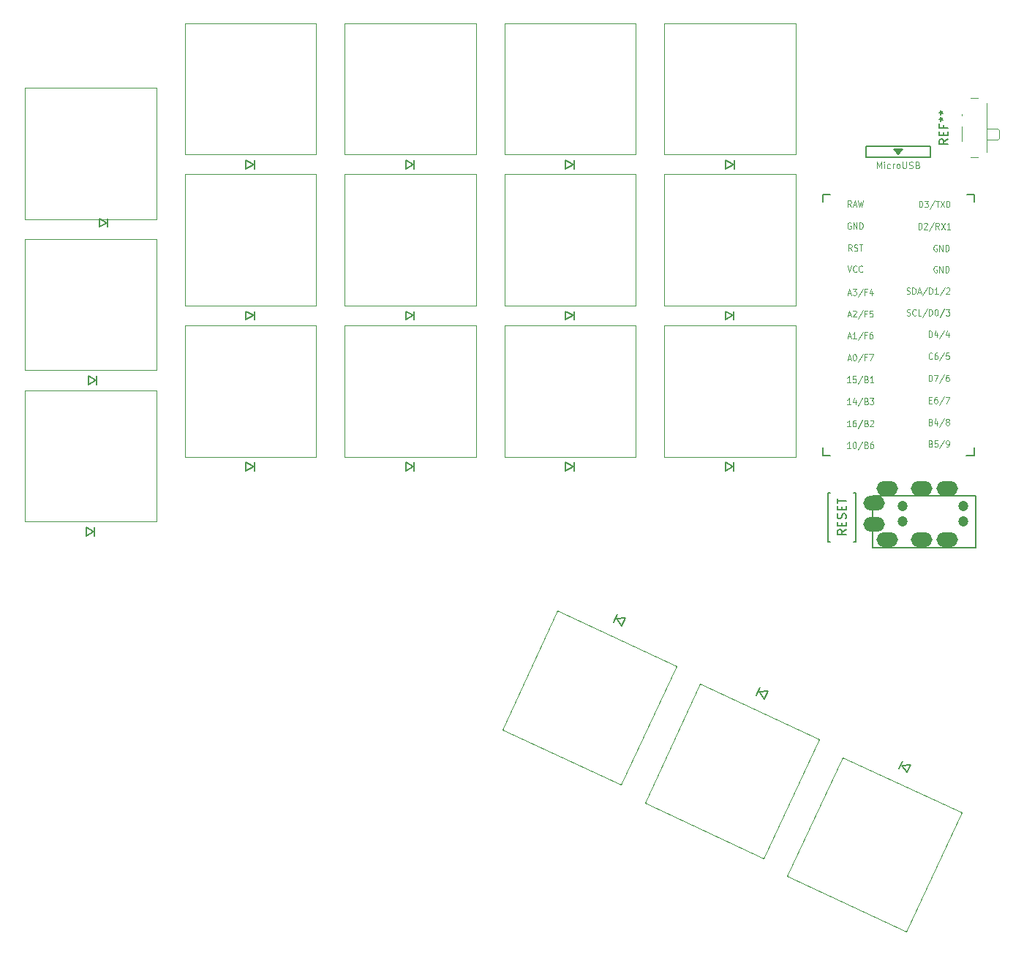
<source format=gbr>
%TF.GenerationSoftware,KiCad,Pcbnew,6.0.1*%
%TF.CreationDate,2022-04-23T16:15:16+02:00*%
%TF.ProjectId,KWS36,4b575333-362e-46b6-9963-61645f706362,1.0.0*%
%TF.SameCoordinates,Original*%
%TF.FileFunction,Legend,Top*%
%TF.FilePolarity,Positive*%
%FSLAX46Y46*%
G04 Gerber Fmt 4.6, Leading zero omitted, Abs format (unit mm)*
G04 Created by KiCad (PCBNEW 6.0.1) date 2022-04-23 16:15:16*
%MOMM*%
%LPD*%
G01*
G04 APERTURE LIST*
%ADD10C,0.150000*%
%ADD11C,0.125000*%
%ADD12C,0.120000*%
%ADD13C,1.200000*%
%ADD14O,2.500000X1.700000*%
G04 APERTURE END LIST*
D10*
%TO.C,REF\u002A\u002A*%
X196227380Y-49833333D02*
X195751190Y-50166666D01*
X196227380Y-50404761D02*
X195227380Y-50404761D01*
X195227380Y-50023809D01*
X195275000Y-49928571D01*
X195322619Y-49880952D01*
X195417857Y-49833333D01*
X195560714Y-49833333D01*
X195655952Y-49880952D01*
X195703571Y-49928571D01*
X195751190Y-50023809D01*
X195751190Y-50404761D01*
X195703571Y-49404761D02*
X195703571Y-49071428D01*
X196227380Y-48928571D02*
X196227380Y-49404761D01*
X195227380Y-49404761D01*
X195227380Y-48928571D01*
X195703571Y-48166666D02*
X195703571Y-48500000D01*
X196227380Y-48500000D02*
X195227380Y-48500000D01*
X195227380Y-48023809D01*
X195227380Y-47500000D02*
X195465476Y-47500000D01*
X195370238Y-47738095D02*
X195465476Y-47500000D01*
X195370238Y-47261904D01*
X195655952Y-47642857D02*
X195465476Y-47500000D01*
X195655952Y-47357142D01*
X195227380Y-46738095D02*
X195465476Y-46738095D01*
X195370238Y-46976190D02*
X195465476Y-46738095D01*
X195370238Y-46500000D01*
X195655952Y-46880952D02*
X195465476Y-46738095D01*
X195655952Y-46595238D01*
D11*
%TO.C,U1*%
X194263809Y-85071428D02*
X194359523Y-85107142D01*
X194391428Y-85142857D01*
X194423333Y-85214285D01*
X194423333Y-85321428D01*
X194391428Y-85392857D01*
X194359523Y-85428571D01*
X194295714Y-85464285D01*
X194040476Y-85464285D01*
X194040476Y-84714285D01*
X194263809Y-84714285D01*
X194327619Y-84750000D01*
X194359523Y-84785714D01*
X194391428Y-84857142D01*
X194391428Y-84928571D01*
X194359523Y-85000000D01*
X194327619Y-85035714D01*
X194263809Y-85071428D01*
X194040476Y-85071428D01*
X195029523Y-84714285D02*
X194710476Y-84714285D01*
X194678571Y-85071428D01*
X194710476Y-85035714D01*
X194774285Y-85000000D01*
X194933809Y-85000000D01*
X194997619Y-85035714D01*
X195029523Y-85071428D01*
X195061428Y-85142857D01*
X195061428Y-85321428D01*
X195029523Y-85392857D01*
X194997619Y-85428571D01*
X194933809Y-85464285D01*
X194774285Y-85464285D01*
X194710476Y-85428571D01*
X194678571Y-85392857D01*
X195827142Y-84678571D02*
X195252857Y-85642857D01*
X196082380Y-85464285D02*
X196210000Y-85464285D01*
X196273809Y-85428571D01*
X196305714Y-85392857D01*
X196369523Y-85285714D01*
X196401428Y-85142857D01*
X196401428Y-84857142D01*
X196369523Y-84785714D01*
X196337619Y-84750000D01*
X196273809Y-84714285D01*
X196146190Y-84714285D01*
X196082380Y-84750000D01*
X196050476Y-84785714D01*
X196018571Y-84857142D01*
X196018571Y-85035714D01*
X196050476Y-85107142D01*
X196082380Y-85142857D01*
X196146190Y-85178571D01*
X196273809Y-85178571D01*
X196337619Y-85142857D01*
X196369523Y-85107142D01*
X196401428Y-85035714D01*
D12*
X188003571Y-53214285D02*
X188003571Y-52464285D01*
X188253571Y-53000000D01*
X188503571Y-52464285D01*
X188503571Y-53214285D01*
X188860714Y-53214285D02*
X188860714Y-52714285D01*
X188860714Y-52464285D02*
X188825000Y-52500000D01*
X188860714Y-52535714D01*
X188896428Y-52500000D01*
X188860714Y-52464285D01*
X188860714Y-52535714D01*
X189539285Y-53178571D02*
X189467857Y-53214285D01*
X189325000Y-53214285D01*
X189253571Y-53178571D01*
X189217857Y-53142857D01*
X189182142Y-53071428D01*
X189182142Y-52857142D01*
X189217857Y-52785714D01*
X189253571Y-52750000D01*
X189325000Y-52714285D01*
X189467857Y-52714285D01*
X189539285Y-52750000D01*
X189860714Y-53214285D02*
X189860714Y-52714285D01*
X189860714Y-52857142D02*
X189896428Y-52785714D01*
X189932142Y-52750000D01*
X190003571Y-52714285D01*
X190075000Y-52714285D01*
X190432142Y-53214285D02*
X190360714Y-53178571D01*
X190325000Y-53142857D01*
X190289285Y-53071428D01*
X190289285Y-52857142D01*
X190325000Y-52785714D01*
X190360714Y-52750000D01*
X190432142Y-52714285D01*
X190539285Y-52714285D01*
X190610714Y-52750000D01*
X190646428Y-52785714D01*
X190682142Y-52857142D01*
X190682142Y-53071428D01*
X190646428Y-53142857D01*
X190610714Y-53178571D01*
X190539285Y-53214285D01*
X190432142Y-53214285D01*
X191003571Y-52464285D02*
X191003571Y-53071428D01*
X191039285Y-53142857D01*
X191075000Y-53178571D01*
X191146428Y-53214285D01*
X191289285Y-53214285D01*
X191360714Y-53178571D01*
X191396428Y-53142857D01*
X191432142Y-53071428D01*
X191432142Y-52464285D01*
X191753571Y-53178571D02*
X191860714Y-53214285D01*
X192039285Y-53214285D01*
X192110714Y-53178571D01*
X192146428Y-53142857D01*
X192182142Y-53071428D01*
X192182142Y-53000000D01*
X192146428Y-52928571D01*
X192110714Y-52892857D01*
X192039285Y-52857142D01*
X191896428Y-52821428D01*
X191825000Y-52785714D01*
X191789285Y-52750000D01*
X191753571Y-52678571D01*
X191753571Y-52607142D01*
X191789285Y-52535714D01*
X191825000Y-52500000D01*
X191896428Y-52464285D01*
X192075000Y-52464285D01*
X192182142Y-52500000D01*
X192753571Y-52821428D02*
X192860714Y-52857142D01*
X192896428Y-52892857D01*
X192932142Y-52964285D01*
X192932142Y-53071428D01*
X192896428Y-53142857D01*
X192860714Y-53178571D01*
X192789285Y-53214285D01*
X192503571Y-53214285D01*
X192503571Y-52464285D01*
X192753571Y-52464285D01*
X192825000Y-52500000D01*
X192860714Y-52535714D01*
X192896428Y-52607142D01*
X192896428Y-52678571D01*
X192860714Y-52750000D01*
X192825000Y-52785714D01*
X192753571Y-52821428D01*
X192503571Y-52821428D01*
D11*
X185042380Y-57664285D02*
X184819047Y-57307142D01*
X184659523Y-57664285D02*
X184659523Y-56914285D01*
X184914761Y-56914285D01*
X184978571Y-56950000D01*
X185010476Y-56985714D01*
X185042380Y-57057142D01*
X185042380Y-57164285D01*
X185010476Y-57235714D01*
X184978571Y-57271428D01*
X184914761Y-57307142D01*
X184659523Y-57307142D01*
X185297619Y-57450000D02*
X185616666Y-57450000D01*
X185233809Y-57664285D02*
X185457142Y-56914285D01*
X185680476Y-57664285D01*
X185840000Y-56914285D02*
X185999523Y-57664285D01*
X186127142Y-57128571D01*
X186254761Y-57664285D01*
X186414285Y-56914285D01*
X194944523Y-64550000D02*
X194880714Y-64514285D01*
X194785000Y-64514285D01*
X194689285Y-64550000D01*
X194625476Y-64621428D01*
X194593571Y-64692857D01*
X194561666Y-64835714D01*
X194561666Y-64942857D01*
X194593571Y-65085714D01*
X194625476Y-65157142D01*
X194689285Y-65228571D01*
X194785000Y-65264285D01*
X194848809Y-65264285D01*
X194944523Y-65228571D01*
X194976428Y-65192857D01*
X194976428Y-64942857D01*
X194848809Y-64942857D01*
X195263571Y-65264285D02*
X195263571Y-64514285D01*
X195646428Y-65264285D01*
X195646428Y-64514285D01*
X195965476Y-65264285D02*
X195965476Y-64514285D01*
X196125000Y-64514285D01*
X196220714Y-64550000D01*
X196284523Y-64621428D01*
X196316428Y-64692857D01*
X196348333Y-64835714D01*
X196348333Y-64942857D01*
X196316428Y-65085714D01*
X196284523Y-65157142D01*
X196220714Y-65228571D01*
X196125000Y-65264285D01*
X195965476Y-65264285D01*
X194423333Y-75242857D02*
X194391428Y-75278571D01*
X194295714Y-75314285D01*
X194231904Y-75314285D01*
X194136190Y-75278571D01*
X194072380Y-75207142D01*
X194040476Y-75135714D01*
X194008571Y-74992857D01*
X194008571Y-74885714D01*
X194040476Y-74742857D01*
X194072380Y-74671428D01*
X194136190Y-74600000D01*
X194231904Y-74564285D01*
X194295714Y-74564285D01*
X194391428Y-74600000D01*
X194423333Y-74635714D01*
X194997619Y-74564285D02*
X194870000Y-74564285D01*
X194806190Y-74600000D01*
X194774285Y-74635714D01*
X194710476Y-74742857D01*
X194678571Y-74885714D01*
X194678571Y-75171428D01*
X194710476Y-75242857D01*
X194742380Y-75278571D01*
X194806190Y-75314285D01*
X194933809Y-75314285D01*
X194997619Y-75278571D01*
X195029523Y-75242857D01*
X195061428Y-75171428D01*
X195061428Y-74992857D01*
X195029523Y-74921428D01*
X194997619Y-74885714D01*
X194933809Y-74850000D01*
X194806190Y-74850000D01*
X194742380Y-74885714D01*
X194710476Y-74921428D01*
X194678571Y-74992857D01*
X195827142Y-74528571D02*
X195252857Y-75492857D01*
X196369523Y-74564285D02*
X196050476Y-74564285D01*
X196018571Y-74921428D01*
X196050476Y-74885714D01*
X196114285Y-74850000D01*
X196273809Y-74850000D01*
X196337619Y-74885714D01*
X196369523Y-74921428D01*
X196401428Y-74992857D01*
X196401428Y-75171428D01*
X196369523Y-75242857D01*
X196337619Y-75278571D01*
X196273809Y-75314285D01*
X196114285Y-75314285D01*
X196050476Y-75278571D01*
X196018571Y-75242857D01*
X184669285Y-70200000D02*
X184988333Y-70200000D01*
X184605476Y-70414285D02*
X184828809Y-69664285D01*
X185052142Y-70414285D01*
X185243571Y-69735714D02*
X185275476Y-69700000D01*
X185339285Y-69664285D01*
X185498809Y-69664285D01*
X185562619Y-69700000D01*
X185594523Y-69735714D01*
X185626428Y-69807142D01*
X185626428Y-69878571D01*
X185594523Y-69985714D01*
X185211666Y-70414285D01*
X185626428Y-70414285D01*
X186392142Y-69628571D02*
X185817857Y-70592857D01*
X186838809Y-70021428D02*
X186615476Y-70021428D01*
X186615476Y-70414285D02*
X186615476Y-69664285D01*
X186934523Y-69664285D01*
X187508809Y-69664285D02*
X187189761Y-69664285D01*
X187157857Y-70021428D01*
X187189761Y-69985714D01*
X187253571Y-69950000D01*
X187413095Y-69950000D01*
X187476904Y-69985714D01*
X187508809Y-70021428D01*
X187540714Y-70092857D01*
X187540714Y-70271428D01*
X187508809Y-70342857D01*
X187476904Y-70378571D01*
X187413095Y-70414285D01*
X187253571Y-70414285D01*
X187189761Y-70378571D01*
X187157857Y-70342857D01*
X191482380Y-70228571D02*
X191578095Y-70264285D01*
X191737619Y-70264285D01*
X191801428Y-70228571D01*
X191833333Y-70192857D01*
X191865238Y-70121428D01*
X191865238Y-70050000D01*
X191833333Y-69978571D01*
X191801428Y-69942857D01*
X191737619Y-69907142D01*
X191610000Y-69871428D01*
X191546190Y-69835714D01*
X191514285Y-69800000D01*
X191482380Y-69728571D01*
X191482380Y-69657142D01*
X191514285Y-69585714D01*
X191546190Y-69550000D01*
X191610000Y-69514285D01*
X191769523Y-69514285D01*
X191865238Y-69550000D01*
X192535238Y-70192857D02*
X192503333Y-70228571D01*
X192407619Y-70264285D01*
X192343809Y-70264285D01*
X192248095Y-70228571D01*
X192184285Y-70157142D01*
X192152380Y-70085714D01*
X192120476Y-69942857D01*
X192120476Y-69835714D01*
X192152380Y-69692857D01*
X192184285Y-69621428D01*
X192248095Y-69550000D01*
X192343809Y-69514285D01*
X192407619Y-69514285D01*
X192503333Y-69550000D01*
X192535238Y-69585714D01*
X193141428Y-70264285D02*
X192822380Y-70264285D01*
X192822380Y-69514285D01*
X193843333Y-69478571D02*
X193269047Y-70442857D01*
X194066666Y-70264285D02*
X194066666Y-69514285D01*
X194226190Y-69514285D01*
X194321904Y-69550000D01*
X194385714Y-69621428D01*
X194417619Y-69692857D01*
X194449523Y-69835714D01*
X194449523Y-69942857D01*
X194417619Y-70085714D01*
X194385714Y-70157142D01*
X194321904Y-70228571D01*
X194226190Y-70264285D01*
X194066666Y-70264285D01*
X194864285Y-69514285D02*
X194928095Y-69514285D01*
X194991904Y-69550000D01*
X195023809Y-69585714D01*
X195055714Y-69657142D01*
X195087619Y-69800000D01*
X195087619Y-69978571D01*
X195055714Y-70121428D01*
X195023809Y-70192857D01*
X194991904Y-70228571D01*
X194928095Y-70264285D01*
X194864285Y-70264285D01*
X194800476Y-70228571D01*
X194768571Y-70192857D01*
X194736666Y-70121428D01*
X194704761Y-69978571D01*
X194704761Y-69800000D01*
X194736666Y-69657142D01*
X194768571Y-69585714D01*
X194800476Y-69550000D01*
X194864285Y-69514285D01*
X195853333Y-69478571D02*
X195279047Y-70442857D01*
X196012857Y-69514285D02*
X196427619Y-69514285D01*
X196204285Y-69800000D01*
X196300000Y-69800000D01*
X196363809Y-69835714D01*
X196395714Y-69871428D01*
X196427619Y-69942857D01*
X196427619Y-70121428D01*
X196395714Y-70192857D01*
X196363809Y-70228571D01*
X196300000Y-70264285D01*
X196108571Y-70264285D01*
X196044761Y-70228571D01*
X196012857Y-70192857D01*
X184611666Y-64464285D02*
X184835000Y-65214285D01*
X185058333Y-64464285D01*
X185664523Y-65142857D02*
X185632619Y-65178571D01*
X185536904Y-65214285D01*
X185473095Y-65214285D01*
X185377380Y-65178571D01*
X185313571Y-65107142D01*
X185281666Y-65035714D01*
X185249761Y-64892857D01*
X185249761Y-64785714D01*
X185281666Y-64642857D01*
X185313571Y-64571428D01*
X185377380Y-64500000D01*
X185473095Y-64464285D01*
X185536904Y-64464285D01*
X185632619Y-64500000D01*
X185664523Y-64535714D01*
X186334523Y-65142857D02*
X186302619Y-65178571D01*
X186206904Y-65214285D01*
X186143095Y-65214285D01*
X186047380Y-65178571D01*
X185983571Y-65107142D01*
X185951666Y-65035714D01*
X185919761Y-64892857D01*
X185919761Y-64785714D01*
X185951666Y-64642857D01*
X185983571Y-64571428D01*
X186047380Y-64500000D01*
X186143095Y-64464285D01*
X186206904Y-64464285D01*
X186302619Y-64500000D01*
X186334523Y-64535714D01*
X192916190Y-57714285D02*
X192916190Y-56964285D01*
X193075714Y-56964285D01*
X193171428Y-57000000D01*
X193235238Y-57071428D01*
X193267142Y-57142857D01*
X193299047Y-57285714D01*
X193299047Y-57392857D01*
X193267142Y-57535714D01*
X193235238Y-57607142D01*
X193171428Y-57678571D01*
X193075714Y-57714285D01*
X192916190Y-57714285D01*
X193522380Y-56964285D02*
X193937142Y-56964285D01*
X193713809Y-57250000D01*
X193809523Y-57250000D01*
X193873333Y-57285714D01*
X193905238Y-57321428D01*
X193937142Y-57392857D01*
X193937142Y-57571428D01*
X193905238Y-57642857D01*
X193873333Y-57678571D01*
X193809523Y-57714285D01*
X193618095Y-57714285D01*
X193554285Y-57678571D01*
X193522380Y-57642857D01*
X194702857Y-56928571D02*
X194128571Y-57892857D01*
X194830476Y-56964285D02*
X195213333Y-56964285D01*
X195021904Y-57714285D02*
X195021904Y-56964285D01*
X195372857Y-56964285D02*
X195819523Y-57714285D01*
X195819523Y-56964285D02*
X195372857Y-57714285D01*
X196202380Y-56964285D02*
X196266190Y-56964285D01*
X196330000Y-57000000D01*
X196361904Y-57035714D01*
X196393809Y-57107142D01*
X196425714Y-57250000D01*
X196425714Y-57428571D01*
X196393809Y-57571428D01*
X196361904Y-57642857D01*
X196330000Y-57678571D01*
X196266190Y-57714285D01*
X196202380Y-57714285D01*
X196138571Y-57678571D01*
X196106666Y-57642857D01*
X196074761Y-57571428D01*
X196042857Y-57428571D01*
X196042857Y-57250000D01*
X196074761Y-57107142D01*
X196106666Y-57035714D01*
X196138571Y-57000000D01*
X196202380Y-56964285D01*
X184972380Y-80564285D02*
X184589523Y-80564285D01*
X184780952Y-80564285D02*
X184780952Y-79814285D01*
X184717142Y-79921428D01*
X184653333Y-79992857D01*
X184589523Y-80028571D01*
X185546666Y-80064285D02*
X185546666Y-80564285D01*
X185387142Y-79778571D02*
X185227619Y-80314285D01*
X185642380Y-80314285D01*
X186376190Y-79778571D02*
X185801904Y-80742857D01*
X186822857Y-80171428D02*
X186918571Y-80207142D01*
X186950476Y-80242857D01*
X186982380Y-80314285D01*
X186982380Y-80421428D01*
X186950476Y-80492857D01*
X186918571Y-80528571D01*
X186854761Y-80564285D01*
X186599523Y-80564285D01*
X186599523Y-79814285D01*
X186822857Y-79814285D01*
X186886666Y-79850000D01*
X186918571Y-79885714D01*
X186950476Y-79957142D01*
X186950476Y-80028571D01*
X186918571Y-80100000D01*
X186886666Y-80135714D01*
X186822857Y-80171428D01*
X186599523Y-80171428D01*
X187205714Y-79814285D02*
X187620476Y-79814285D01*
X187397142Y-80100000D01*
X187492857Y-80100000D01*
X187556666Y-80135714D01*
X187588571Y-80171428D01*
X187620476Y-80242857D01*
X187620476Y-80421428D01*
X187588571Y-80492857D01*
X187556666Y-80528571D01*
X187492857Y-80564285D01*
X187301428Y-80564285D01*
X187237619Y-80528571D01*
X187205714Y-80492857D01*
X192836428Y-60264285D02*
X192836428Y-59514285D01*
X192995952Y-59514285D01*
X193091666Y-59550000D01*
X193155476Y-59621428D01*
X193187380Y-59692857D01*
X193219285Y-59835714D01*
X193219285Y-59942857D01*
X193187380Y-60085714D01*
X193155476Y-60157142D01*
X193091666Y-60228571D01*
X192995952Y-60264285D01*
X192836428Y-60264285D01*
X193474523Y-59585714D02*
X193506428Y-59550000D01*
X193570238Y-59514285D01*
X193729761Y-59514285D01*
X193793571Y-59550000D01*
X193825476Y-59585714D01*
X193857380Y-59657142D01*
X193857380Y-59728571D01*
X193825476Y-59835714D01*
X193442619Y-60264285D01*
X193857380Y-60264285D01*
X194623095Y-59478571D02*
X194048809Y-60442857D01*
X195229285Y-60264285D02*
X195005952Y-59907142D01*
X194846428Y-60264285D02*
X194846428Y-59514285D01*
X195101666Y-59514285D01*
X195165476Y-59550000D01*
X195197380Y-59585714D01*
X195229285Y-59657142D01*
X195229285Y-59764285D01*
X195197380Y-59835714D01*
X195165476Y-59871428D01*
X195101666Y-59907142D01*
X194846428Y-59907142D01*
X195452619Y-59514285D02*
X195899285Y-60264285D01*
X195899285Y-59514285D02*
X195452619Y-60264285D01*
X196505476Y-60264285D02*
X196122619Y-60264285D01*
X196314047Y-60264285D02*
X196314047Y-59514285D01*
X196250238Y-59621428D01*
X196186428Y-59692857D01*
X196122619Y-59728571D01*
X194944523Y-62100000D02*
X194880714Y-62064285D01*
X194785000Y-62064285D01*
X194689285Y-62100000D01*
X194625476Y-62171428D01*
X194593571Y-62242857D01*
X194561666Y-62385714D01*
X194561666Y-62492857D01*
X194593571Y-62635714D01*
X194625476Y-62707142D01*
X194689285Y-62778571D01*
X194785000Y-62814285D01*
X194848809Y-62814285D01*
X194944523Y-62778571D01*
X194976428Y-62742857D01*
X194976428Y-62492857D01*
X194848809Y-62492857D01*
X195263571Y-62814285D02*
X195263571Y-62064285D01*
X195646428Y-62814285D01*
X195646428Y-62064285D01*
X195965476Y-62814285D02*
X195965476Y-62064285D01*
X196125000Y-62064285D01*
X196220714Y-62100000D01*
X196284523Y-62171428D01*
X196316428Y-62242857D01*
X196348333Y-62385714D01*
X196348333Y-62492857D01*
X196316428Y-62635714D01*
X196284523Y-62707142D01*
X196220714Y-62778571D01*
X196125000Y-62814285D01*
X195965476Y-62814285D01*
X184669285Y-75250000D02*
X184988333Y-75250000D01*
X184605476Y-75464285D02*
X184828809Y-74714285D01*
X185052142Y-75464285D01*
X185403095Y-74714285D02*
X185466904Y-74714285D01*
X185530714Y-74750000D01*
X185562619Y-74785714D01*
X185594523Y-74857142D01*
X185626428Y-75000000D01*
X185626428Y-75178571D01*
X185594523Y-75321428D01*
X185562619Y-75392857D01*
X185530714Y-75428571D01*
X185466904Y-75464285D01*
X185403095Y-75464285D01*
X185339285Y-75428571D01*
X185307380Y-75392857D01*
X185275476Y-75321428D01*
X185243571Y-75178571D01*
X185243571Y-75000000D01*
X185275476Y-74857142D01*
X185307380Y-74785714D01*
X185339285Y-74750000D01*
X185403095Y-74714285D01*
X186392142Y-74678571D02*
X185817857Y-75642857D01*
X186838809Y-75071428D02*
X186615476Y-75071428D01*
X186615476Y-75464285D02*
X186615476Y-74714285D01*
X186934523Y-74714285D01*
X187125952Y-74714285D02*
X187572619Y-74714285D01*
X187285476Y-75464285D01*
X184972380Y-83114285D02*
X184589523Y-83114285D01*
X184780952Y-83114285D02*
X184780952Y-82364285D01*
X184717142Y-82471428D01*
X184653333Y-82542857D01*
X184589523Y-82578571D01*
X185546666Y-82364285D02*
X185419047Y-82364285D01*
X185355238Y-82400000D01*
X185323333Y-82435714D01*
X185259523Y-82542857D01*
X185227619Y-82685714D01*
X185227619Y-82971428D01*
X185259523Y-83042857D01*
X185291428Y-83078571D01*
X185355238Y-83114285D01*
X185482857Y-83114285D01*
X185546666Y-83078571D01*
X185578571Y-83042857D01*
X185610476Y-82971428D01*
X185610476Y-82792857D01*
X185578571Y-82721428D01*
X185546666Y-82685714D01*
X185482857Y-82650000D01*
X185355238Y-82650000D01*
X185291428Y-82685714D01*
X185259523Y-82721428D01*
X185227619Y-82792857D01*
X186376190Y-82328571D02*
X185801904Y-83292857D01*
X186822857Y-82721428D02*
X186918571Y-82757142D01*
X186950476Y-82792857D01*
X186982380Y-82864285D01*
X186982380Y-82971428D01*
X186950476Y-83042857D01*
X186918571Y-83078571D01*
X186854761Y-83114285D01*
X186599523Y-83114285D01*
X186599523Y-82364285D01*
X186822857Y-82364285D01*
X186886666Y-82400000D01*
X186918571Y-82435714D01*
X186950476Y-82507142D01*
X186950476Y-82578571D01*
X186918571Y-82650000D01*
X186886666Y-82685714D01*
X186822857Y-82721428D01*
X186599523Y-82721428D01*
X187237619Y-82435714D02*
X187269523Y-82400000D01*
X187333333Y-82364285D01*
X187492857Y-82364285D01*
X187556666Y-82400000D01*
X187588571Y-82435714D01*
X187620476Y-82507142D01*
X187620476Y-82578571D01*
X187588571Y-82685714D01*
X187205714Y-83114285D01*
X187620476Y-83114285D01*
X184669285Y-72700000D02*
X184988333Y-72700000D01*
X184605476Y-72914285D02*
X184828809Y-72164285D01*
X185052142Y-72914285D01*
X185626428Y-72914285D02*
X185243571Y-72914285D01*
X185435000Y-72914285D02*
X185435000Y-72164285D01*
X185371190Y-72271428D01*
X185307380Y-72342857D01*
X185243571Y-72378571D01*
X186392142Y-72128571D02*
X185817857Y-73092857D01*
X186838809Y-72521428D02*
X186615476Y-72521428D01*
X186615476Y-72914285D02*
X186615476Y-72164285D01*
X186934523Y-72164285D01*
X187476904Y-72164285D02*
X187349285Y-72164285D01*
X187285476Y-72200000D01*
X187253571Y-72235714D01*
X187189761Y-72342857D01*
X187157857Y-72485714D01*
X187157857Y-72771428D01*
X187189761Y-72842857D01*
X187221666Y-72878571D01*
X187285476Y-72914285D01*
X187413095Y-72914285D01*
X187476904Y-72878571D01*
X187508809Y-72842857D01*
X187540714Y-72771428D01*
X187540714Y-72592857D01*
X187508809Y-72521428D01*
X187476904Y-72485714D01*
X187413095Y-72450000D01*
X187285476Y-72450000D01*
X187221666Y-72485714D01*
X187189761Y-72521428D01*
X187157857Y-72592857D01*
X191466428Y-67728571D02*
X191562142Y-67764285D01*
X191721666Y-67764285D01*
X191785476Y-67728571D01*
X191817380Y-67692857D01*
X191849285Y-67621428D01*
X191849285Y-67550000D01*
X191817380Y-67478571D01*
X191785476Y-67442857D01*
X191721666Y-67407142D01*
X191594047Y-67371428D01*
X191530238Y-67335714D01*
X191498333Y-67300000D01*
X191466428Y-67228571D01*
X191466428Y-67157142D01*
X191498333Y-67085714D01*
X191530238Y-67050000D01*
X191594047Y-67014285D01*
X191753571Y-67014285D01*
X191849285Y-67050000D01*
X192136428Y-67764285D02*
X192136428Y-67014285D01*
X192295952Y-67014285D01*
X192391666Y-67050000D01*
X192455476Y-67121428D01*
X192487380Y-67192857D01*
X192519285Y-67335714D01*
X192519285Y-67442857D01*
X192487380Y-67585714D01*
X192455476Y-67657142D01*
X192391666Y-67728571D01*
X192295952Y-67764285D01*
X192136428Y-67764285D01*
X192774523Y-67550000D02*
X193093571Y-67550000D01*
X192710714Y-67764285D02*
X192934047Y-67014285D01*
X193157380Y-67764285D01*
X193859285Y-66978571D02*
X193285000Y-67942857D01*
X194082619Y-67764285D02*
X194082619Y-67014285D01*
X194242142Y-67014285D01*
X194337857Y-67050000D01*
X194401666Y-67121428D01*
X194433571Y-67192857D01*
X194465476Y-67335714D01*
X194465476Y-67442857D01*
X194433571Y-67585714D01*
X194401666Y-67657142D01*
X194337857Y-67728571D01*
X194242142Y-67764285D01*
X194082619Y-67764285D01*
X195103571Y-67764285D02*
X194720714Y-67764285D01*
X194912142Y-67764285D02*
X194912142Y-67014285D01*
X194848333Y-67121428D01*
X194784523Y-67192857D01*
X194720714Y-67228571D01*
X195869285Y-66978571D02*
X195295000Y-67942857D01*
X196060714Y-67085714D02*
X196092619Y-67050000D01*
X196156428Y-67014285D01*
X196315952Y-67014285D01*
X196379761Y-67050000D01*
X196411666Y-67085714D01*
X196443571Y-67157142D01*
X196443571Y-67228571D01*
X196411666Y-67335714D01*
X196028809Y-67764285D01*
X196443571Y-67764285D01*
X194072380Y-80021428D02*
X194295714Y-80021428D01*
X194391428Y-80414285D02*
X194072380Y-80414285D01*
X194072380Y-79664285D01*
X194391428Y-79664285D01*
X194965714Y-79664285D02*
X194838095Y-79664285D01*
X194774285Y-79700000D01*
X194742380Y-79735714D01*
X194678571Y-79842857D01*
X194646666Y-79985714D01*
X194646666Y-80271428D01*
X194678571Y-80342857D01*
X194710476Y-80378571D01*
X194774285Y-80414285D01*
X194901904Y-80414285D01*
X194965714Y-80378571D01*
X194997619Y-80342857D01*
X195029523Y-80271428D01*
X195029523Y-80092857D01*
X194997619Y-80021428D01*
X194965714Y-79985714D01*
X194901904Y-79950000D01*
X194774285Y-79950000D01*
X194710476Y-79985714D01*
X194678571Y-80021428D01*
X194646666Y-80092857D01*
X195795238Y-79628571D02*
X195220952Y-80592857D01*
X195954761Y-79664285D02*
X196401428Y-79664285D01*
X196114285Y-80414285D01*
X185138095Y-62764285D02*
X184914761Y-62407142D01*
X184755238Y-62764285D02*
X184755238Y-62014285D01*
X185010476Y-62014285D01*
X185074285Y-62050000D01*
X185106190Y-62085714D01*
X185138095Y-62157142D01*
X185138095Y-62264285D01*
X185106190Y-62335714D01*
X185074285Y-62371428D01*
X185010476Y-62407142D01*
X184755238Y-62407142D01*
X185393333Y-62728571D02*
X185489047Y-62764285D01*
X185648571Y-62764285D01*
X185712380Y-62728571D01*
X185744285Y-62692857D01*
X185776190Y-62621428D01*
X185776190Y-62550000D01*
X185744285Y-62478571D01*
X185712380Y-62442857D01*
X185648571Y-62407142D01*
X185520952Y-62371428D01*
X185457142Y-62335714D01*
X185425238Y-62300000D01*
X185393333Y-62228571D01*
X185393333Y-62157142D01*
X185425238Y-62085714D01*
X185457142Y-62050000D01*
X185520952Y-62014285D01*
X185680476Y-62014285D01*
X185776190Y-62050000D01*
X185967619Y-62014285D02*
X186350476Y-62014285D01*
X186159047Y-62764285D02*
X186159047Y-62014285D01*
X184994523Y-59500000D02*
X184930714Y-59464285D01*
X184835000Y-59464285D01*
X184739285Y-59500000D01*
X184675476Y-59571428D01*
X184643571Y-59642857D01*
X184611666Y-59785714D01*
X184611666Y-59892857D01*
X184643571Y-60035714D01*
X184675476Y-60107142D01*
X184739285Y-60178571D01*
X184835000Y-60214285D01*
X184898809Y-60214285D01*
X184994523Y-60178571D01*
X185026428Y-60142857D01*
X185026428Y-59892857D01*
X184898809Y-59892857D01*
X185313571Y-60214285D02*
X185313571Y-59464285D01*
X185696428Y-60214285D01*
X185696428Y-59464285D01*
X186015476Y-60214285D02*
X186015476Y-59464285D01*
X186175000Y-59464285D01*
X186270714Y-59500000D01*
X186334523Y-59571428D01*
X186366428Y-59642857D01*
X186398333Y-59785714D01*
X186398333Y-59892857D01*
X186366428Y-60035714D01*
X186334523Y-60107142D01*
X186270714Y-60178571D01*
X186175000Y-60214285D01*
X186015476Y-60214285D01*
X184972380Y-78014285D02*
X184589523Y-78014285D01*
X184780952Y-78014285D02*
X184780952Y-77264285D01*
X184717142Y-77371428D01*
X184653333Y-77442857D01*
X184589523Y-77478571D01*
X185578571Y-77264285D02*
X185259523Y-77264285D01*
X185227619Y-77621428D01*
X185259523Y-77585714D01*
X185323333Y-77550000D01*
X185482857Y-77550000D01*
X185546666Y-77585714D01*
X185578571Y-77621428D01*
X185610476Y-77692857D01*
X185610476Y-77871428D01*
X185578571Y-77942857D01*
X185546666Y-77978571D01*
X185482857Y-78014285D01*
X185323333Y-78014285D01*
X185259523Y-77978571D01*
X185227619Y-77942857D01*
X186376190Y-77228571D02*
X185801904Y-78192857D01*
X186822857Y-77621428D02*
X186918571Y-77657142D01*
X186950476Y-77692857D01*
X186982380Y-77764285D01*
X186982380Y-77871428D01*
X186950476Y-77942857D01*
X186918571Y-77978571D01*
X186854761Y-78014285D01*
X186599523Y-78014285D01*
X186599523Y-77264285D01*
X186822857Y-77264285D01*
X186886666Y-77300000D01*
X186918571Y-77335714D01*
X186950476Y-77407142D01*
X186950476Y-77478571D01*
X186918571Y-77550000D01*
X186886666Y-77585714D01*
X186822857Y-77621428D01*
X186599523Y-77621428D01*
X187620476Y-78014285D02*
X187237619Y-78014285D01*
X187429047Y-78014285D02*
X187429047Y-77264285D01*
X187365238Y-77371428D01*
X187301428Y-77442857D01*
X187237619Y-77478571D01*
X184972380Y-85614285D02*
X184589523Y-85614285D01*
X184780952Y-85614285D02*
X184780952Y-84864285D01*
X184717142Y-84971428D01*
X184653333Y-85042857D01*
X184589523Y-85078571D01*
X185387142Y-84864285D02*
X185450952Y-84864285D01*
X185514761Y-84900000D01*
X185546666Y-84935714D01*
X185578571Y-85007142D01*
X185610476Y-85150000D01*
X185610476Y-85328571D01*
X185578571Y-85471428D01*
X185546666Y-85542857D01*
X185514761Y-85578571D01*
X185450952Y-85614285D01*
X185387142Y-85614285D01*
X185323333Y-85578571D01*
X185291428Y-85542857D01*
X185259523Y-85471428D01*
X185227619Y-85328571D01*
X185227619Y-85150000D01*
X185259523Y-85007142D01*
X185291428Y-84935714D01*
X185323333Y-84900000D01*
X185387142Y-84864285D01*
X186376190Y-84828571D02*
X185801904Y-85792857D01*
X186822857Y-85221428D02*
X186918571Y-85257142D01*
X186950476Y-85292857D01*
X186982380Y-85364285D01*
X186982380Y-85471428D01*
X186950476Y-85542857D01*
X186918571Y-85578571D01*
X186854761Y-85614285D01*
X186599523Y-85614285D01*
X186599523Y-84864285D01*
X186822857Y-84864285D01*
X186886666Y-84900000D01*
X186918571Y-84935714D01*
X186950476Y-85007142D01*
X186950476Y-85078571D01*
X186918571Y-85150000D01*
X186886666Y-85185714D01*
X186822857Y-85221428D01*
X186599523Y-85221428D01*
X187556666Y-84864285D02*
X187429047Y-84864285D01*
X187365238Y-84900000D01*
X187333333Y-84935714D01*
X187269523Y-85042857D01*
X187237619Y-85185714D01*
X187237619Y-85471428D01*
X187269523Y-85542857D01*
X187301428Y-85578571D01*
X187365238Y-85614285D01*
X187492857Y-85614285D01*
X187556666Y-85578571D01*
X187588571Y-85542857D01*
X187620476Y-85471428D01*
X187620476Y-85292857D01*
X187588571Y-85221428D01*
X187556666Y-85185714D01*
X187492857Y-85150000D01*
X187365238Y-85150000D01*
X187301428Y-85185714D01*
X187269523Y-85221428D01*
X187237619Y-85292857D01*
X194040476Y-72764285D02*
X194040476Y-72014285D01*
X194200000Y-72014285D01*
X194295714Y-72050000D01*
X194359523Y-72121428D01*
X194391428Y-72192857D01*
X194423333Y-72335714D01*
X194423333Y-72442857D01*
X194391428Y-72585714D01*
X194359523Y-72657142D01*
X194295714Y-72728571D01*
X194200000Y-72764285D01*
X194040476Y-72764285D01*
X194997619Y-72264285D02*
X194997619Y-72764285D01*
X194838095Y-71978571D02*
X194678571Y-72514285D01*
X195093333Y-72514285D01*
X195827142Y-71978571D02*
X195252857Y-72942857D01*
X196337619Y-72264285D02*
X196337619Y-72764285D01*
X196178095Y-71978571D02*
X196018571Y-72514285D01*
X196433333Y-72514285D01*
X194040476Y-77864285D02*
X194040476Y-77114285D01*
X194200000Y-77114285D01*
X194295714Y-77150000D01*
X194359523Y-77221428D01*
X194391428Y-77292857D01*
X194423333Y-77435714D01*
X194423333Y-77542857D01*
X194391428Y-77685714D01*
X194359523Y-77757142D01*
X194295714Y-77828571D01*
X194200000Y-77864285D01*
X194040476Y-77864285D01*
X194646666Y-77114285D02*
X195093333Y-77114285D01*
X194806190Y-77864285D01*
X195827142Y-77078571D02*
X195252857Y-78042857D01*
X196337619Y-77114285D02*
X196210000Y-77114285D01*
X196146190Y-77150000D01*
X196114285Y-77185714D01*
X196050476Y-77292857D01*
X196018571Y-77435714D01*
X196018571Y-77721428D01*
X196050476Y-77792857D01*
X196082380Y-77828571D01*
X196146190Y-77864285D01*
X196273809Y-77864285D01*
X196337619Y-77828571D01*
X196369523Y-77792857D01*
X196401428Y-77721428D01*
X196401428Y-77542857D01*
X196369523Y-77471428D01*
X196337619Y-77435714D01*
X196273809Y-77400000D01*
X196146190Y-77400000D01*
X196082380Y-77435714D01*
X196050476Y-77471428D01*
X196018571Y-77542857D01*
X194263809Y-82571428D02*
X194359523Y-82607142D01*
X194391428Y-82642857D01*
X194423333Y-82714285D01*
X194423333Y-82821428D01*
X194391428Y-82892857D01*
X194359523Y-82928571D01*
X194295714Y-82964285D01*
X194040476Y-82964285D01*
X194040476Y-82214285D01*
X194263809Y-82214285D01*
X194327619Y-82250000D01*
X194359523Y-82285714D01*
X194391428Y-82357142D01*
X194391428Y-82428571D01*
X194359523Y-82500000D01*
X194327619Y-82535714D01*
X194263809Y-82571428D01*
X194040476Y-82571428D01*
X194997619Y-82464285D02*
X194997619Y-82964285D01*
X194838095Y-82178571D02*
X194678571Y-82714285D01*
X195093333Y-82714285D01*
X195827142Y-82178571D02*
X195252857Y-83142857D01*
X196146190Y-82535714D02*
X196082380Y-82500000D01*
X196050476Y-82464285D01*
X196018571Y-82392857D01*
X196018571Y-82357142D01*
X196050476Y-82285714D01*
X196082380Y-82250000D01*
X196146190Y-82214285D01*
X196273809Y-82214285D01*
X196337619Y-82250000D01*
X196369523Y-82285714D01*
X196401428Y-82357142D01*
X196401428Y-82392857D01*
X196369523Y-82464285D01*
X196337619Y-82500000D01*
X196273809Y-82535714D01*
X196146190Y-82535714D01*
X196082380Y-82571428D01*
X196050476Y-82607142D01*
X196018571Y-82678571D01*
X196018571Y-82821428D01*
X196050476Y-82892857D01*
X196082380Y-82928571D01*
X196146190Y-82964285D01*
X196273809Y-82964285D01*
X196337619Y-82928571D01*
X196369523Y-82892857D01*
X196401428Y-82821428D01*
X196401428Y-82678571D01*
X196369523Y-82607142D01*
X196337619Y-82571428D01*
X196273809Y-82535714D01*
X184669285Y-67700000D02*
X184988333Y-67700000D01*
X184605476Y-67914285D02*
X184828809Y-67164285D01*
X185052142Y-67914285D01*
X185211666Y-67164285D02*
X185626428Y-67164285D01*
X185403095Y-67450000D01*
X185498809Y-67450000D01*
X185562619Y-67485714D01*
X185594523Y-67521428D01*
X185626428Y-67592857D01*
X185626428Y-67771428D01*
X185594523Y-67842857D01*
X185562619Y-67878571D01*
X185498809Y-67914285D01*
X185307380Y-67914285D01*
X185243571Y-67878571D01*
X185211666Y-67842857D01*
X186392142Y-67128571D02*
X185817857Y-68092857D01*
X186838809Y-67521428D02*
X186615476Y-67521428D01*
X186615476Y-67914285D02*
X186615476Y-67164285D01*
X186934523Y-67164285D01*
X187476904Y-67414285D02*
X187476904Y-67914285D01*
X187317380Y-67128571D02*
X187157857Y-67664285D01*
X187572619Y-67664285D01*
D10*
%TO.C,SW19*%
X184452380Y-95052380D02*
X183976190Y-95385714D01*
X184452380Y-95623809D02*
X183452380Y-95623809D01*
X183452380Y-95242857D01*
X183500000Y-95147619D01*
X183547619Y-95100000D01*
X183642857Y-95052380D01*
X183785714Y-95052380D01*
X183880952Y-95100000D01*
X183928571Y-95147619D01*
X183976190Y-95242857D01*
X183976190Y-95623809D01*
X183928571Y-94623809D02*
X183928571Y-94290476D01*
X184452380Y-94147619D02*
X184452380Y-94623809D01*
X183452380Y-94623809D01*
X183452380Y-94147619D01*
X184404761Y-93766666D02*
X184452380Y-93623809D01*
X184452380Y-93385714D01*
X184404761Y-93290476D01*
X184357142Y-93242857D01*
X184261904Y-93195238D01*
X184166666Y-93195238D01*
X184071428Y-93242857D01*
X184023809Y-93290476D01*
X183976190Y-93385714D01*
X183928571Y-93576190D01*
X183880952Y-93671428D01*
X183833333Y-93719047D01*
X183738095Y-93766666D01*
X183642857Y-93766666D01*
X183547619Y-93719047D01*
X183500000Y-93671428D01*
X183452380Y-93576190D01*
X183452380Y-93338095D01*
X183500000Y-93195238D01*
X183928571Y-92766666D02*
X183928571Y-92433333D01*
X184452380Y-92290476D02*
X184452380Y-92766666D01*
X183452380Y-92766666D01*
X183452380Y-92290476D01*
X183452380Y-92004761D02*
X183452380Y-91433333D01*
X184452380Y-91719047D02*
X183452380Y-91719047D01*
D12*
%TO.C,SW18*%
X184073960Y-121400162D02*
X177650162Y-135176040D01*
X197849838Y-127823960D02*
X184073960Y-121400162D01*
X177650162Y-135176040D02*
X191426040Y-141599838D01*
X191426040Y-141599838D02*
X197849838Y-127823960D01*
D10*
%TO.C,D4*%
X114975000Y-52250000D02*
X115875000Y-52750000D01*
X115975000Y-53250000D02*
X115975000Y-52250000D01*
X114975000Y-53250000D02*
X114975000Y-52250000D01*
X115875000Y-52750000D02*
X114975000Y-53250000D01*
D12*
%TO.C,SW7*%
X126400000Y-51600000D02*
X141600000Y-51600000D01*
X141600000Y-36400000D02*
X126400000Y-36400000D01*
X126400000Y-36400000D02*
X126400000Y-51600000D01*
X141600000Y-51600000D02*
X141600000Y-36400000D01*
D10*
%TO.C,D3*%
X97475000Y-95750000D02*
X97475000Y-94750000D01*
X97375000Y-95250000D02*
X96475000Y-95750000D01*
X96475000Y-94750000D02*
X97375000Y-95250000D01*
X96475000Y-95750000D02*
X96475000Y-94750000D01*
%TO.C,D5*%
X115975000Y-70750000D02*
X115975000Y-69750000D01*
X114975000Y-69750000D02*
X115875000Y-70250000D01*
X114975000Y-70750000D02*
X114975000Y-69750000D01*
X115875000Y-70250000D02*
X114975000Y-70750000D01*
D12*
%TO.C,SW5*%
X123100000Y-69100000D02*
X123100000Y-53900000D01*
X123100000Y-53900000D02*
X107900000Y-53900000D01*
X107900000Y-69100000D02*
X123100000Y-69100000D01*
X107900000Y-53900000D02*
X107900000Y-69100000D01*
D10*
%TO.C,D9*%
X133475000Y-88250000D02*
X133475000Y-87250000D01*
X134475000Y-88250000D02*
X134475000Y-87250000D01*
X134375000Y-87750000D02*
X133475000Y-88250000D01*
X133475000Y-87250000D02*
X134375000Y-87750000D01*
D12*
%TO.C,SW4*%
X107900000Y-36400000D02*
X107900000Y-51600000D01*
X123100000Y-36400000D02*
X107900000Y-36400000D01*
X107900000Y-51600000D02*
X123100000Y-51600000D01*
X123100000Y-51600000D02*
X123100000Y-36400000D01*
D10*
%TO.C,D6*%
X115875000Y-87750000D02*
X114975000Y-88250000D01*
X114975000Y-88250000D02*
X114975000Y-87250000D01*
X114975000Y-87250000D02*
X115875000Y-87750000D01*
X115975000Y-88250000D02*
X115975000Y-87250000D01*
%TO.C,D17*%
X170475000Y-88250000D02*
X170475000Y-87250000D01*
X171375000Y-87750000D02*
X170475000Y-88250000D01*
X170475000Y-87250000D02*
X171375000Y-87750000D01*
X171475000Y-88250000D02*
X171475000Y-87250000D01*
D12*
%TO.C,SW14*%
X161150162Y-126676040D02*
X174926040Y-133099838D01*
X181349838Y-119323960D02*
X167573960Y-112900162D01*
X174926040Y-133099838D02*
X181349838Y-119323960D01*
X167573960Y-112900162D02*
X161150162Y-126676040D01*
D10*
%TO.C,D7*%
X134475000Y-53250000D02*
X134475000Y-52250000D01*
X133475000Y-53250000D02*
X133475000Y-52250000D01*
X133475000Y-52250000D02*
X134375000Y-52750000D01*
X134375000Y-52750000D02*
X133475000Y-53250000D01*
D12*
%TO.C,SW1*%
X89400000Y-59100000D02*
X104600000Y-59100000D01*
X89400000Y-43900000D02*
X89400000Y-59100000D01*
X104600000Y-59100000D02*
X104600000Y-43900000D01*
X104600000Y-43900000D02*
X89400000Y-43900000D01*
D10*
%TO.C,D14*%
X174991845Y-114664463D02*
X174387477Y-113830953D01*
X174508155Y-113335537D02*
X174085537Y-114241845D01*
X174387477Y-113830953D02*
X175414463Y-113758155D01*
X175414463Y-113758155D02*
X174991845Y-114664463D01*
D12*
%TO.C,SW2*%
X89400000Y-61400000D02*
X89400000Y-76600000D01*
X104600000Y-61400000D02*
X89400000Y-61400000D01*
X89400000Y-76600000D02*
X104600000Y-76600000D01*
X104600000Y-76600000D02*
X104600000Y-61400000D01*
%TO.C,REF\u002A\u002A*%
X201995000Y-49900000D02*
X202205000Y-49700000D01*
X197855000Y-50100000D02*
X197855000Y-48400000D01*
X202205000Y-49700000D02*
X202205000Y-48800000D01*
X198905000Y-51950000D02*
X199695000Y-51950000D01*
X201995000Y-48600000D02*
X200705000Y-48600000D01*
X199695000Y-45050000D02*
X198905000Y-45050000D01*
X201995000Y-48600000D02*
X202205000Y-48800000D01*
X197855000Y-47100000D02*
X197855000Y-46900000D01*
X200705000Y-49900000D02*
X201995000Y-49900000D01*
X200705000Y-51350000D02*
X200705000Y-45650000D01*
D10*
%TO.C,D2*%
X97625000Y-77750000D02*
X96725000Y-78250000D01*
X96725000Y-78250000D02*
X96725000Y-77250000D01*
X96725000Y-77250000D02*
X97625000Y-77750000D01*
X97725000Y-78250000D02*
X97725000Y-77250000D01*
%TO.C,U1*%
X186750000Y-51925000D02*
X194250000Y-51925000D01*
X191000000Y-50975000D02*
X190500000Y-51625000D01*
X199250000Y-86425000D02*
X198390000Y-86425000D01*
X194250000Y-50625000D02*
X186750000Y-50625000D01*
X181750000Y-86425000D02*
X182600000Y-86425000D01*
X190250000Y-51275000D02*
X190750000Y-51275000D01*
X181750000Y-56225000D02*
X181750000Y-57075000D01*
X181750000Y-56225000D02*
X182600000Y-56225000D01*
X199250000Y-56225000D02*
X199250000Y-57075000D01*
X199250000Y-56225000D02*
X198450000Y-56225000D01*
X194250000Y-51925000D02*
X194250000Y-50625000D01*
X190350000Y-51425000D02*
X190650000Y-51425000D01*
X190000000Y-50975000D02*
X191000000Y-50975000D01*
X190500000Y-51625000D02*
X190000000Y-50975000D01*
X199250000Y-85575000D02*
X199250000Y-86425000D01*
X181750000Y-85525000D02*
X181750000Y-86425000D01*
X190150000Y-51125000D02*
X190850000Y-51125000D01*
X186750000Y-50625000D02*
X186750000Y-51925000D01*
%TO.C,SW19*%
X185600000Y-90750000D02*
X185350000Y-90750000D01*
X182400000Y-90750000D02*
X182650000Y-90750000D01*
X185600000Y-96450000D02*
X185600000Y-90750000D01*
X182400000Y-96450000D02*
X182400000Y-90750000D01*
X182400000Y-96450000D02*
X182650000Y-96450000D01*
X185600000Y-96450000D02*
X185350000Y-96450000D01*
%TO.C,D18*%
X190887477Y-122330953D02*
X191914463Y-122258155D01*
X191914463Y-122258155D02*
X191491845Y-123164463D01*
X191008155Y-121835537D02*
X190585537Y-122741845D01*
X191491845Y-123164463D02*
X190887477Y-122330953D01*
D12*
%TO.C,SW15*%
X178600000Y-51600000D02*
X178600000Y-36400000D01*
X163400000Y-36400000D02*
X163400000Y-51600000D01*
X163400000Y-51600000D02*
X178600000Y-51600000D01*
X178600000Y-36400000D02*
X163400000Y-36400000D01*
%TO.C,SW13*%
X144900000Y-71400000D02*
X144900000Y-86600000D01*
X144900000Y-86600000D02*
X160100000Y-86600000D01*
X160100000Y-86600000D02*
X160100000Y-71400000D01*
X160100000Y-71400000D02*
X144900000Y-71400000D01*
%TO.C,SW16*%
X163400000Y-53900000D02*
X163400000Y-69100000D01*
X178600000Y-53900000D02*
X163400000Y-53900000D01*
X178600000Y-69100000D02*
X178600000Y-53900000D01*
X163400000Y-69100000D02*
X178600000Y-69100000D01*
%TO.C,SW11*%
X144900000Y-36400000D02*
X144900000Y-51600000D01*
X144900000Y-51600000D02*
X160100000Y-51600000D01*
X160100000Y-51600000D02*
X160100000Y-36400000D01*
X160100000Y-36400000D02*
X144900000Y-36400000D01*
D10*
%TO.C,D13*%
X151975000Y-88250000D02*
X151975000Y-87250000D01*
X152875000Y-87750000D02*
X151975000Y-88250000D01*
X152975000Y-88250000D02*
X152975000Y-87250000D01*
X151975000Y-87250000D02*
X152875000Y-87750000D01*
%TO.C,D12*%
X151975000Y-69750000D02*
X152875000Y-70250000D01*
X152975000Y-70750000D02*
X152975000Y-69750000D01*
X151975000Y-70750000D02*
X151975000Y-69750000D01*
X152875000Y-70250000D02*
X151975000Y-70750000D01*
%TO.C,J1*%
X187500000Y-91100000D02*
X199500000Y-91100000D01*
X199500000Y-97100000D02*
X187500000Y-97100000D01*
X199500000Y-91100000D02*
X199500000Y-97100000D01*
X187500000Y-97100000D02*
X187500000Y-91100000D01*
%TO.C,D1*%
X98000000Y-60000000D02*
X98000000Y-59000000D01*
X98900000Y-59500000D02*
X98000000Y-60000000D01*
X99000000Y-60000000D02*
X99000000Y-59000000D01*
X98000000Y-59000000D02*
X98900000Y-59500000D01*
%TO.C,D11*%
X151975000Y-52250000D02*
X152875000Y-52750000D01*
X151975000Y-53250000D02*
X151975000Y-52250000D01*
X152975000Y-53250000D02*
X152975000Y-52250000D01*
X152875000Y-52750000D02*
X151975000Y-53250000D01*
D12*
%TO.C,SW10*%
X158426040Y-124599838D02*
X164849838Y-110823960D01*
X164849838Y-110823960D02*
X151073960Y-104400162D01*
X151073960Y-104400162D02*
X144650162Y-118176040D01*
X144650162Y-118176040D02*
X158426040Y-124599838D01*
D10*
%TO.C,D15*%
X170500000Y-53250000D02*
X170500000Y-52250000D01*
X170500000Y-52250000D02*
X171400000Y-52750000D01*
X171500000Y-53250000D02*
X171500000Y-52250000D01*
X171400000Y-52750000D02*
X170500000Y-53250000D01*
D12*
%TO.C,SW9*%
X126400000Y-71400000D02*
X126400000Y-86600000D01*
X141600000Y-71400000D02*
X126400000Y-71400000D01*
X126400000Y-86600000D02*
X141600000Y-86600000D01*
X141600000Y-86600000D02*
X141600000Y-71400000D01*
D10*
%TO.C,D10*%
X157887477Y-105330953D02*
X158914463Y-105258155D01*
X158914463Y-105258155D02*
X158491845Y-106164463D01*
X158491845Y-106164463D02*
X157887477Y-105330953D01*
X158008155Y-104835537D02*
X157585537Y-105741845D01*
D12*
%TO.C,SW12*%
X144900000Y-69100000D02*
X160100000Y-69100000D01*
X160100000Y-69100000D02*
X160100000Y-53900000D01*
X144900000Y-53900000D02*
X144900000Y-69100000D01*
X160100000Y-53900000D02*
X144900000Y-53900000D01*
%TO.C,SW17*%
X163400000Y-71400000D02*
X163400000Y-86600000D01*
X178600000Y-86600000D02*
X178600000Y-71400000D01*
X178600000Y-71400000D02*
X163400000Y-71400000D01*
X163400000Y-86600000D02*
X178600000Y-86600000D01*
D10*
%TO.C,D16*%
X170475000Y-69750000D02*
X171375000Y-70250000D01*
X171375000Y-70250000D02*
X170475000Y-70750000D01*
X170475000Y-70750000D02*
X170475000Y-69750000D01*
X171475000Y-70750000D02*
X171475000Y-69750000D01*
%TO.C,D8*%
X134475000Y-70750000D02*
X134475000Y-69750000D01*
X133475000Y-69750000D02*
X134375000Y-70250000D01*
X134375000Y-70250000D02*
X133475000Y-70750000D01*
X133475000Y-70750000D02*
X133475000Y-69750000D01*
D12*
%TO.C,SW8*%
X126400000Y-53900000D02*
X126400000Y-69100000D01*
X126400000Y-69100000D02*
X141600000Y-69100000D01*
X141600000Y-53900000D02*
X126400000Y-53900000D01*
X141600000Y-69100000D02*
X141600000Y-53900000D01*
%TO.C,SW6*%
X123100000Y-86600000D02*
X123100000Y-71400000D01*
X123100000Y-71400000D02*
X107900000Y-71400000D01*
X107900000Y-71400000D02*
X107900000Y-86600000D01*
X107900000Y-86600000D02*
X123100000Y-86600000D01*
%TO.C,SW3*%
X89400000Y-94100000D02*
X104600000Y-94100000D01*
X104600000Y-94100000D02*
X104600000Y-78900000D01*
X104600000Y-78900000D02*
X89400000Y-78900000D01*
X89400000Y-78900000D02*
X89400000Y-94100000D01*
%TD*%
D13*
%TO.C,J1*%
X191000000Y-92350000D03*
X198000000Y-92350000D03*
X191000000Y-94100000D03*
X198000000Y-94100000D03*
D14*
X187700000Y-94450000D03*
X187700000Y-92000000D03*
X196200000Y-96200000D03*
X196200000Y-90250000D03*
X193200000Y-90250000D03*
X193200000Y-96200000D03*
X189200000Y-90250000D03*
X189200000Y-96200000D03*
%TD*%
M02*

</source>
